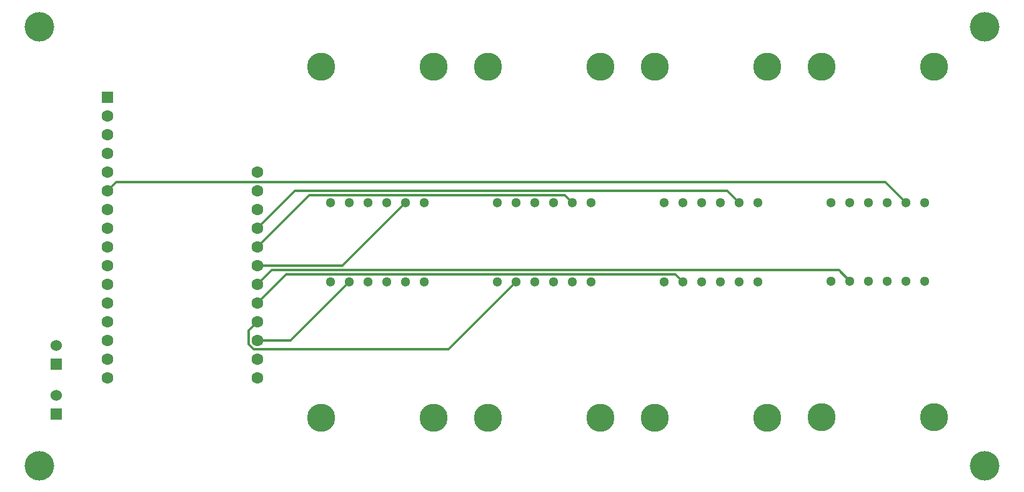
<source format=gbl>
%TF.GenerationSoftware,KiCad,Pcbnew,(6.0.5)*%
%TF.CreationDate,2022-06-06T23:13:20-07:00*%
%TF.ProjectId,tc_pcb_f,74635f70-6362-45f6-962e-6b696361645f,rev?*%
%TF.SameCoordinates,Original*%
%TF.FileFunction,Copper,L4,Bot*%
%TF.FilePolarity,Positive*%
%FSLAX46Y46*%
G04 Gerber Fmt 4.6, Leading zero omitted, Abs format (unit mm)*
G04 Created by KiCad (PCBNEW (6.0.5)) date 2022-06-06 23:13:20*
%MOMM*%
%LPD*%
G01*
G04 APERTURE LIST*
%TA.AperFunction,ComponentPad*%
%ADD10C,1.300000*%
%TD*%
%TA.AperFunction,ComponentPad*%
%ADD11C,3.810000*%
%TD*%
%TA.AperFunction,ComponentPad*%
%ADD12C,4.000000*%
%TD*%
%TA.AperFunction,ComponentPad*%
%ADD13R,1.600000X1.600000*%
%TD*%
%TA.AperFunction,ComponentPad*%
%ADD14C,1.600000*%
%TD*%
%TA.AperFunction,ComponentPad*%
%ADD15R,1.524000X1.524000*%
%TD*%
%TA.AperFunction,ComponentPad*%
%ADD16C,1.524000*%
%TD*%
%TA.AperFunction,Conductor*%
%ADD17C,0.350000*%
%TD*%
G04 APERTURE END LIST*
D10*
%TO.P,U2,1,Vin*%
%TO.N,unconnected-(U2-Pad1)*%
X127300000Y-94860400D03*
%TO.P,U2,2,3V3*%
%TO.N,+3V3*%
X124760000Y-94860400D03*
%TO.P,U2,3,GND*%
%TO.N,GND*%
X122220000Y-94860400D03*
%TO.P,U2,4,Dout*%
%TO.N,MISO*%
X119680000Y-94860400D03*
%TO.P,U2,5,CS*%
%TO.N,SS2*%
X117140000Y-94860400D03*
%TO.P,U2,6,CLK*%
%TO.N,SCK*%
X114600000Y-94860400D03*
D11*
%TO.P,U2,SH,SH*%
%TO.N,GND*%
X113330000Y-113300800D03*
X128570000Y-113300800D03*
%TD*%
D10*
%TO.P,U8,1,Vin*%
%TO.N,unconnected-(U8-Pad1)*%
X159824000Y-84122800D03*
%TO.P,U8,2,3V3*%
%TO.N,+3V3*%
X162364000Y-84122800D03*
%TO.P,U8,3,GND*%
%TO.N,GND*%
X164904000Y-84122800D03*
%TO.P,U8,4,Dout*%
%TO.N,MISO*%
X167444000Y-84122800D03*
%TO.P,U8,5,CS*%
%TO.N,SS8*%
X169984000Y-84122800D03*
%TO.P,U8,6,CLK*%
%TO.N,SCK*%
X172524000Y-84122800D03*
D11*
%TO.P,U8,SH,SH*%
%TO.N,GND*%
X173794000Y-65682400D03*
X158554000Y-65682400D03*
%TD*%
D10*
%TO.P,U1,1,Vin*%
%TO.N,unconnected-(U1-Pad1)*%
X104688000Y-94860400D03*
%TO.P,U1,2,3V3*%
%TO.N,+3V3*%
X102148000Y-94860400D03*
%TO.P,U1,3,GND*%
%TO.N,GND*%
X99608000Y-94860400D03*
%TO.P,U1,4,Dout*%
%TO.N,MISO*%
X97068000Y-94860400D03*
%TO.P,U1,5,CS*%
%TO.N,SS1*%
X94528000Y-94860400D03*
%TO.P,U1,6,CLK*%
%TO.N,SCK*%
X91988000Y-94860400D03*
D11*
%TO.P,U1,SH,SH*%
%TO.N,GND*%
X90718000Y-113300800D03*
X105958000Y-113300800D03*
%TD*%
D10*
%TO.P,U3,1,Vin*%
%TO.N,unconnected-(U3-Pad1)*%
X149912000Y-94860400D03*
%TO.P,U3,2,3V3*%
%TO.N,+3V3*%
X147372000Y-94860400D03*
%TO.P,U3,3,GND*%
%TO.N,GND*%
X144832000Y-94860400D03*
%TO.P,U3,4,Dout*%
%TO.N,MISO*%
X142292000Y-94860400D03*
%TO.P,U3,5,CS*%
%TO.N,SS3*%
X139752000Y-94860400D03*
%TO.P,U3,6,CLK*%
%TO.N,SCK*%
X137212000Y-94860400D03*
D11*
%TO.P,U3,SH,SH*%
%TO.N,GND*%
X135942000Y-113300800D03*
X151182000Y-113300800D03*
%TD*%
D10*
%TO.P,U4,1,Vin*%
%TO.N,unconnected-(U4-Pad1)*%
X172524000Y-94777000D03*
%TO.P,U4,2,3V3*%
%TO.N,+3V3*%
X169984000Y-94777000D03*
%TO.P,U4,3,GND*%
%TO.N,GND*%
X167444000Y-94777000D03*
%TO.P,U4,4,Dout*%
%TO.N,MISO*%
X164904000Y-94777000D03*
%TO.P,U4,5,CS*%
%TO.N,SS4*%
X162364000Y-94777000D03*
%TO.P,U4,6,CLK*%
%TO.N,SCK*%
X159824000Y-94777000D03*
D11*
%TO.P,U4,SH,SH*%
%TO.N,GND*%
X173794000Y-113217400D03*
X158554000Y-113217400D03*
%TD*%
D10*
%TO.P,U7,1,Vin*%
%TO.N,unconnected-(U7-Pad1)*%
X137212000Y-84122800D03*
%TO.P,U7,2,3V3*%
%TO.N,+3V3*%
X139752000Y-84122800D03*
%TO.P,U7,3,GND*%
%TO.N,GND*%
X142292000Y-84122800D03*
%TO.P,U7,4,Dout*%
%TO.N,MISO*%
X144832000Y-84122800D03*
%TO.P,U7,5,CS*%
%TO.N,SS7*%
X147372000Y-84122800D03*
%TO.P,U7,6,CLK*%
%TO.N,SCK*%
X149912000Y-84122800D03*
D11*
%TO.P,U7,SH,SH*%
%TO.N,GND*%
X151182000Y-65682400D03*
X135942000Y-65682400D03*
%TD*%
D12*
%TO.P,H1,1,Pin_1*%
%TO.N,GND*%
X52512000Y-119816600D03*
%TD*%
%TO.P,H2,1,Pin_1*%
%TO.N,GND*%
X52512000Y-60216600D03*
%TD*%
D13*
%TO.P,A1,1,~{RESET}*%
%TO.N,unconnected-(A1-Pad1)*%
X61762000Y-69816600D03*
D14*
%TO.P,A1,2,3V3*%
%TO.N,+3V3*%
X61762000Y-72356600D03*
%TO.P,A1,3,AREF*%
%TO.N,unconnected-(A1-Pad3)*%
X61762000Y-74896600D03*
%TO.P,A1,4,GND*%
%TO.N,GND*%
X61762000Y-77436600D03*
%TO.P,A1,5,A0*%
%TO.N,unconnected-(A1-Pad5)*%
X61762000Y-79976600D03*
%TO.P,A1,6,A1*%
%TO.N,SS8*%
X61762000Y-82516600D03*
%TO.P,A1,7,A2*%
%TO.N,unconnected-(A1-Pad7)*%
X61762000Y-85056600D03*
%TO.P,A1,8,A3*%
%TO.N,unconnected-(A1-Pad8)*%
X61762000Y-87596600D03*
%TO.P,A1,9,A4*%
%TO.N,unconnected-(A1-Pad9)*%
X61762000Y-90136600D03*
%TO.P,A1,10,A5*%
%TO.N,unconnected-(A1-Pad10)*%
X61762000Y-92676600D03*
%TO.P,A1,11,SCK*%
%TO.N,SCK*%
X61762000Y-95216600D03*
%TO.P,A1,12,MOSI*%
%TO.N,unconnected-(A1-Pad12)*%
X61762000Y-97756600D03*
%TO.P,A1,13,MISO*%
%TO.N,MISO*%
X61762000Y-100296600D03*
%TO.P,A1,14,RX*%
%TO.N,unconnected-(A1-Pad14)*%
X61762000Y-102836600D03*
%TO.P,A1,15,TX*%
%TO.N,unconnected-(A1-Pad15)*%
X61762000Y-105376600D03*
%TO.P,A1,16,SPARE*%
%TO.N,unconnected-(A1-Pad16)*%
X61762000Y-107916600D03*
%TO.P,A1,17,SDA*%
%TO.N,unconnected-(A1-Pad17)*%
X82082000Y-107916600D03*
%TO.P,A1,18,SCL*%
%TO.N,unconnected-(A1-Pad18)*%
X82082000Y-105376600D03*
%TO.P,A1,19,D0*%
%TO.N,SS1*%
X82082000Y-102836600D03*
%TO.P,A1,20,D1*%
%TO.N,SS2*%
X82082000Y-100296600D03*
%TO.P,A1,21,D2*%
%TO.N,SS3*%
X82082000Y-97756600D03*
%TO.P,A1,22,D3*%
%TO.N,SS4*%
X82082000Y-95216600D03*
%TO.P,A1,23,D4*%
%TO.N,SS5*%
X82082000Y-92676600D03*
%TO.P,A1,24,D5*%
%TO.N,SS6*%
X82082000Y-90136600D03*
%TO.P,A1,25,D6*%
%TO.N,SS7*%
X82082000Y-87596600D03*
%TO.P,A1,26,USB*%
%TO.N,+5V*%
X82082000Y-85056600D03*
%TO.P,A1,27,EN*%
%TO.N,unconnected-(A1-Pad27)*%
X82082000Y-82516600D03*
%TO.P,A1,28,VBAT*%
%TO.N,unconnected-(A1-Pad28)*%
X82082000Y-79976600D03*
%TD*%
D10*
%TO.P,U5,1,Vin*%
%TO.N,unconnected-(U5-Pad1)*%
X91988000Y-84122800D03*
%TO.P,U5,2,3V3*%
%TO.N,+3V3*%
X94528000Y-84122800D03*
%TO.P,U5,3,GND*%
%TO.N,GND*%
X97068000Y-84122800D03*
%TO.P,U5,4,Dout*%
%TO.N,MISO*%
X99608000Y-84122800D03*
%TO.P,U5,5,CS*%
%TO.N,SS5*%
X102148000Y-84122800D03*
%TO.P,U5,6,CLK*%
%TO.N,SCK*%
X104688000Y-84122800D03*
D11*
%TO.P,U5,SH,SH*%
%TO.N,GND*%
X90718000Y-65682400D03*
X105958000Y-65682400D03*
%TD*%
D12*
%TO.P,H4,1,Pin_1*%
%TO.N,GND*%
X180662000Y-119816600D03*
%TD*%
%TO.P,H3,1,Pin_1*%
%TO.N,GND*%
X180662000Y-60216600D03*
%TD*%
D10*
%TO.P,U6,1,Vin*%
%TO.N,unconnected-(U6-Pad1)*%
X114600000Y-84122800D03*
%TO.P,U6,2,3V3*%
%TO.N,+3V3*%
X117140000Y-84122800D03*
%TO.P,U6,3,GND*%
%TO.N,GND*%
X119680000Y-84122800D03*
%TO.P,U6,4,Dout*%
%TO.N,MISO*%
X122220000Y-84122800D03*
%TO.P,U6,5,CS*%
%TO.N,SS6*%
X124760000Y-84122800D03*
%TO.P,U6,6,CLK*%
%TO.N,SCK*%
X127300000Y-84122800D03*
D11*
%TO.P,U6,SH,SH*%
%TO.N,GND*%
X128570000Y-65682400D03*
X113330000Y-65682400D03*
%TD*%
D15*
%TO.P,J1,1,Pin_1*%
%TO.N,GND*%
X54840000Y-112840000D03*
D16*
%TO.P,J1,2,Pin_2*%
%TO.N,+5V*%
X54840000Y-110300000D03*
%TD*%
D15*
%TO.P,J2,1,Pin_1*%
%TO.N,GND*%
X54840000Y-106045000D03*
D16*
%TO.P,J2,2,Pin_2*%
%TO.N,+3V3*%
X54840000Y-103505000D03*
%TD*%
D17*
%TO.N,SS8*%
X167203289Y-81342089D02*
X169984000Y-84122800D01*
X61762000Y-82516600D02*
X62936511Y-81342089D01*
X62936511Y-81342089D02*
X167203289Y-81342089D01*
%TO.N,SS7*%
X82082000Y-87596600D02*
X87129831Y-82548769D01*
X87129831Y-82548769D02*
X145797969Y-82548769D01*
X145797969Y-82548769D02*
X147372000Y-84122800D01*
%TO.N,SS6*%
X82082000Y-90136600D02*
X89120311Y-83098289D01*
X123735489Y-83098289D02*
X124760000Y-84122800D01*
X89120311Y-83098289D02*
X123735489Y-83098289D01*
%TO.N,SS5*%
X82082000Y-92676600D02*
X93594200Y-92676600D01*
X93594200Y-92676600D02*
X102148000Y-84122800D01*
%TO.N,SS4*%
X82082000Y-95216600D02*
X84012231Y-93286369D01*
X84012231Y-93286369D02*
X160873369Y-93286369D01*
X160873369Y-93286369D02*
X162364000Y-94777000D01*
%TO.N,SS3*%
X82082000Y-97756600D02*
X86002711Y-93835889D01*
X86002711Y-93835889D02*
X138727489Y-93835889D01*
X138727489Y-93835889D02*
X139752000Y-94860400D01*
%TO.N,SS2*%
X80907489Y-103323099D02*
X81595501Y-104011111D01*
X107989289Y-104011111D02*
X117140000Y-94860400D01*
X81595501Y-104011111D02*
X107989289Y-104011111D01*
X80907489Y-101471111D02*
X80907489Y-103323099D01*
X82082000Y-100296600D02*
X80907489Y-101471111D01*
%TO.N,SS1*%
X82082000Y-102836600D02*
X86551800Y-102836600D01*
X86551800Y-102836600D02*
X94528000Y-94860400D01*
%TD*%
M02*

</source>
